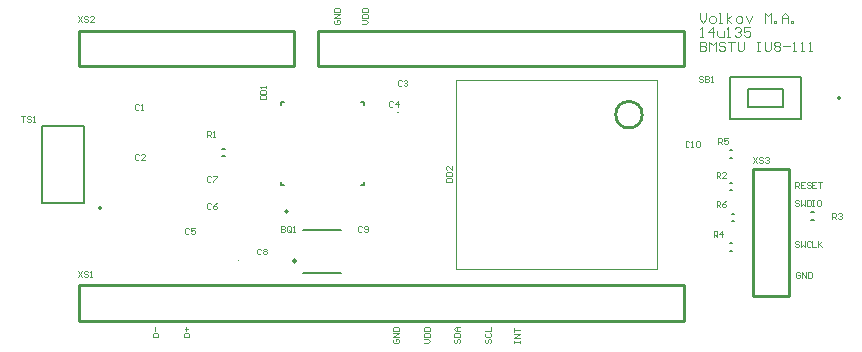
<source format=gto>
G04*
G04 #@! TF.GenerationSoftware,Altium Limited,Altium Designer,19.1.5 (86)*
G04*
G04 Layer_Color=65535*
%FSLAX44Y44*%
%MOMM*%
G71*
G01*
G75*
%ADD10C,0.2000*%
%ADD11C,0.1270*%
%ADD12C,0.1000*%
%ADD13C,0.2500*%
%ADD14C,0.2032*%
%ADD15C,0.2540*%
D10*
X721000Y210000D02*
G03*
X721000Y210000I-1000J0D01*
G01*
X253200Y113850D02*
G03*
X253200Y113850I-1000J0D01*
G01*
X627750Y87000D02*
X629750D01*
X627750Y80500D02*
X629750D01*
X629000Y112000D02*
X631000D01*
X629000Y105500D02*
X631000D01*
X627750Y165750D02*
X629750D01*
X627750Y159250D02*
X629750D01*
X627750Y138250D02*
X629750D01*
X627750Y131750D02*
X629750D01*
X696500Y106750D02*
X698500D01*
X696500Y113250D02*
X698500D01*
X266500Y98000D02*
X298500D01*
X266500Y62000D02*
X298500D01*
X197750Y167000D02*
X199750D01*
X197750Y160500D02*
X199750D01*
D11*
X95782Y116920D02*
G03*
X95782Y116920I-1270J0D01*
G01*
X642500Y202500D02*
X672500D01*
X642500D02*
Y217500D01*
X672500D01*
Y202500D02*
Y217500D01*
X627500Y192500D02*
X687500D01*
X627500D02*
Y227500D01*
X687500D01*
Y192500D02*
Y227500D01*
X317500Y203650D02*
Y206250D01*
X247500Y203650D02*
Y206250D01*
X317500Y136250D02*
Y138850D01*
X247500Y136250D02*
Y138850D01*
X314900Y206250D02*
X317500D01*
X247500D02*
X250100D01*
X314900Y136250D02*
X317500D01*
X247500D02*
X250100D01*
D12*
X211500Y72000D02*
G03*
X211500Y72000I-500J0D01*
G01*
X347000Y198000D02*
G03*
X347000Y198000I-500J0D01*
G01*
X396070Y65000D02*
Y225000D01*
X396250D02*
X566250D01*
X396250Y64980D02*
X566250D01*
Y65000D02*
Y225000D01*
X602250Y281741D02*
Y276410D01*
X604916Y273744D01*
X607582Y276410D01*
Y281741D01*
X611580Y273744D02*
X614246D01*
X615579Y275077D01*
Y277743D01*
X614246Y279075D01*
X611580D01*
X610247Y277743D01*
Y275077D01*
X611580Y273744D01*
X618245D02*
X620911D01*
X619578D01*
Y281741D01*
X618245D01*
X624909Y273744D02*
Y281741D01*
Y276410D02*
X628908Y279075D01*
X624909Y276410D02*
X628908Y273744D01*
X634240D02*
X636906D01*
X638238Y275077D01*
Y277743D01*
X636906Y279075D01*
X634240D01*
X632907Y277743D01*
Y275077D01*
X634240Y273744D01*
X640904Y279075D02*
X643570Y273744D01*
X646236Y279075D01*
X656899Y273744D02*
Y281741D01*
X659565Y279075D01*
X662231Y281741D01*
Y273744D01*
X664896D02*
Y275077D01*
X666229D01*
Y273744D01*
X664896D01*
X671561D02*
Y279075D01*
X674227Y281741D01*
X676893Y279075D01*
Y273744D01*
Y277743D01*
X671561D01*
X679558Y273744D02*
Y275077D01*
X680891D01*
Y273744D01*
X679558D01*
X602250Y261747D02*
X604916D01*
X603583D01*
Y269744D01*
X602250Y268411D01*
X612913Y261747D02*
Y269744D01*
X608914Y265746D01*
X614246D01*
X616912Y267078D02*
Y263080D01*
X618245Y261747D01*
X622244D01*
Y267078D01*
X624909Y261747D02*
X627575D01*
X626242D01*
Y269744D01*
X624909Y268411D01*
X631574D02*
X632907Y269744D01*
X635573D01*
X636906Y268411D01*
Y267078D01*
X635573Y265746D01*
X634240D01*
X635573D01*
X636906Y264413D01*
Y263080D01*
X635573Y261747D01*
X632907D01*
X631574Y263080D01*
X644903Y269744D02*
X639571D01*
Y265746D01*
X642237Y267078D01*
X643570D01*
X644903Y265746D01*
Y263080D01*
X643570Y261747D01*
X640904D01*
X639571Y263080D01*
X602250Y257747D02*
Y249750D01*
X606249D01*
X607582Y251083D01*
Y252416D01*
X606249Y253749D01*
X602250D01*
X606249D01*
X607582Y255082D01*
Y256415D01*
X606249Y257747D01*
X602250D01*
X610247Y249750D02*
Y257747D01*
X612913Y255082D01*
X615579Y257747D01*
Y249750D01*
X623577Y256415D02*
X622244Y257747D01*
X619578D01*
X618245Y256415D01*
Y255082D01*
X619578Y253749D01*
X622244D01*
X623577Y252416D01*
Y251083D01*
X622244Y249750D01*
X619578D01*
X618245Y251083D01*
X626242Y257747D02*
X631574D01*
X628908D01*
Y249750D01*
X634240Y257747D02*
Y251083D01*
X635573Y249750D01*
X638238D01*
X639571Y251083D01*
Y257747D01*
X650235D02*
X652900D01*
X651567D01*
Y249750D01*
X650235D01*
X652900D01*
X656899Y257747D02*
Y251083D01*
X658232Y249750D01*
X660898D01*
X662231Y251083D01*
Y257747D01*
X664896Y256415D02*
X666229Y257747D01*
X668895D01*
X670228Y256415D01*
Y255082D01*
X668895Y253749D01*
X670228Y252416D01*
Y251083D01*
X668895Y249750D01*
X666229D01*
X664896Y251083D01*
Y252416D01*
X666229Y253749D01*
X664896Y255082D01*
Y256415D01*
X666229Y253749D02*
X668895D01*
X672894D02*
X678225D01*
X680891Y249750D02*
X683557D01*
X682224D01*
Y257747D01*
X680891Y256415D01*
X687556Y249750D02*
X690222D01*
X688889D01*
Y257747D01*
X687556Y256415D01*
X694220Y249750D02*
X696886D01*
X695553D01*
Y257747D01*
X694220Y256415D01*
X604582Y227915D02*
X603749Y228748D01*
X602083D01*
X601250Y227915D01*
Y227082D01*
X602083Y226249D01*
X603749D01*
X604582Y225416D01*
Y224583D01*
X603749Y223750D01*
X602083D01*
X601250Y224583D01*
X606248Y228748D02*
Y223750D01*
X608748D01*
X609581Y224583D01*
Y225416D01*
X608748Y226249D01*
X606248D01*
X608748D01*
X609581Y227082D01*
Y227915D01*
X608748Y228748D01*
X606248D01*
X611247Y223750D02*
X612913D01*
X612080D01*
Y228748D01*
X611247Y227915D01*
X316252Y272500D02*
X319584D01*
X321250Y274166D01*
X319584Y275832D01*
X316252D01*
Y277498D02*
X321250D01*
Y279998D01*
X320417Y280831D01*
X317085D01*
X316252Y279998D01*
Y277498D01*
Y282497D02*
X321250D01*
Y284996D01*
X320417Y285829D01*
X317085D01*
X316252Y284996D01*
Y282497D01*
X293335Y275832D02*
X292502Y274999D01*
Y273333D01*
X293335Y272500D01*
X296667D01*
X297500Y273333D01*
Y274999D01*
X296667Y275832D01*
X295001D01*
Y274166D01*
X297500Y277498D02*
X292502D01*
X297500Y280831D01*
X292502D01*
Y282497D02*
X297500D01*
Y284996D01*
X296667Y285829D01*
X293335D01*
X292502Y284996D01*
Y282497D01*
X445002Y2500D02*
Y4166D01*
Y3333D01*
X450000D01*
Y2500D01*
Y4166D01*
Y6665D02*
X445002D01*
X450000Y9998D01*
X445002D01*
Y11664D02*
Y14996D01*
Y13330D01*
X450000D01*
X420835Y5832D02*
X420002Y4999D01*
Y3333D01*
X420835Y2500D01*
X421668D01*
X422501Y3333D01*
Y4999D01*
X423334Y5832D01*
X424167D01*
X425000Y4999D01*
Y3333D01*
X424167Y2500D01*
X420835Y10831D02*
X420002Y9998D01*
Y8331D01*
X420835Y7498D01*
X424167D01*
X425000Y8331D01*
Y9998D01*
X424167Y10831D01*
X420002Y12497D02*
X425000D01*
Y15829D01*
X394585Y5832D02*
X393752Y4999D01*
Y3333D01*
X394585Y2500D01*
X395418D01*
X396251Y3333D01*
Y4999D01*
X397084Y5832D01*
X397917D01*
X398750Y4999D01*
Y3333D01*
X397917Y2500D01*
X393752Y7498D02*
X398750D01*
Y9998D01*
X397917Y10831D01*
X394585D01*
X393752Y9998D01*
Y7498D01*
X398750Y12497D02*
X395418D01*
X393752Y14163D01*
X395418Y15829D01*
X398750D01*
X396251D01*
Y12497D01*
X368752Y2500D02*
X372084D01*
X373750Y4166D01*
X372084Y5832D01*
X368752D01*
Y7498D02*
X373750D01*
Y9998D01*
X372917Y10831D01*
X369585D01*
X368752Y9998D01*
Y7498D01*
Y12497D02*
X373750D01*
Y14996D01*
X372917Y15829D01*
X369585D01*
X368752Y14996D01*
Y12497D01*
X343335Y5832D02*
X342502Y4999D01*
Y3333D01*
X343335Y2500D01*
X346667D01*
X347500Y3333D01*
Y4999D01*
X346667Y5832D01*
X345001D01*
Y4166D01*
X347500Y7498D02*
X342502D01*
X347500Y10831D01*
X342502D01*
Y12497D02*
X347500D01*
Y14996D01*
X346667Y15829D01*
X343335D01*
X342502Y14996D01*
Y12497D01*
X165002Y7500D02*
X170000D01*
Y9999D01*
X169167Y10832D01*
X165835D01*
X165002Y9999D01*
Y7500D01*
X167501Y12498D02*
Y15831D01*
X165835Y14165D02*
X169167D01*
X138752Y7500D02*
X143750D01*
Y9999D01*
X142917Y10832D01*
X139585D01*
X138752Y9999D01*
Y7500D01*
X141251Y12498D02*
Y15831D01*
X687082Y61665D02*
X686249Y62498D01*
X684583D01*
X683750Y61665D01*
Y58333D01*
X684583Y57500D01*
X686249D01*
X687082Y58333D01*
Y59999D01*
X685416D01*
X688748Y57500D02*
Y62498D01*
X692081Y57500D01*
Y62498D01*
X693747D02*
Y57500D01*
X696246D01*
X697079Y58333D01*
Y61665D01*
X696246Y62498D01*
X693747D01*
X685832Y87915D02*
X684999Y88748D01*
X683333D01*
X682500Y87915D01*
Y87082D01*
X683333Y86249D01*
X684999D01*
X685832Y85416D01*
Y84583D01*
X684999Y83750D01*
X683333D01*
X682500Y84583D01*
X687498Y88748D02*
Y83750D01*
X689165Y85416D01*
X690831Y83750D01*
Y88748D01*
X695829Y87915D02*
X694996Y88748D01*
X693330D01*
X692497Y87915D01*
Y84583D01*
X693330Y83750D01*
X694996D01*
X695829Y84583D01*
X697495Y88748D02*
Y83750D01*
X700827D01*
X702494Y88748D02*
Y83750D01*
Y85416D01*
X705826Y88748D01*
X703326Y86249D01*
X705826Y83750D01*
X685832Y122915D02*
X684999Y123748D01*
X683333D01*
X682500Y122915D01*
Y122082D01*
X683333Y121249D01*
X684999D01*
X685832Y120416D01*
Y119583D01*
X684999Y118750D01*
X683333D01*
X682500Y119583D01*
X687498Y123748D02*
Y118750D01*
X689165Y120416D01*
X690831Y118750D01*
Y123748D01*
X692497D02*
Y118750D01*
X694996D01*
X695829Y119583D01*
Y122915D01*
X694996Y123748D01*
X692497D01*
X697495D02*
X699161D01*
X698328D01*
Y118750D01*
X697495D01*
X699161D01*
X704160Y123748D02*
X702494D01*
X701660Y122915D01*
Y119583D01*
X702494Y118750D01*
X704160D01*
X704993Y119583D01*
Y122915D01*
X704160Y123748D01*
X682500Y133750D02*
Y138748D01*
X684999D01*
X685832Y137915D01*
Y136249D01*
X684999Y135416D01*
X682500D01*
X684166D02*
X685832Y133750D01*
X690831Y138748D02*
X687498D01*
Y133750D01*
X690831D01*
X687498Y136249D02*
X689165D01*
X695829Y137915D02*
X694996Y138748D01*
X693330D01*
X692497Y137915D01*
Y137082D01*
X693330Y136249D01*
X694996D01*
X695829Y135416D01*
Y134583D01*
X694996Y133750D01*
X693330D01*
X692497Y134583D01*
X700827Y138748D02*
X697495D01*
Y133750D01*
X700827D01*
X697495Y136249D02*
X699161D01*
X702494Y138748D02*
X705826D01*
X704160D01*
Y133750D01*
X75928Y63624D02*
X79260Y58626D01*
Y63624D02*
X75928Y58626D01*
X84259Y62791D02*
X83426Y63624D01*
X81759D01*
X80926Y62791D01*
Y61958D01*
X81759Y61125D01*
X83426D01*
X84259Y60292D01*
Y59459D01*
X83426Y58626D01*
X81759D01*
X80926Y59459D01*
X85925Y58626D02*
X87591D01*
X86758D01*
Y63624D01*
X85925Y62791D01*
X647500Y159998D02*
X650832Y155000D01*
Y159998D02*
X647500Y155000D01*
X655831Y159165D02*
X654997Y159998D01*
X653331D01*
X652498Y159165D01*
Y158332D01*
X653331Y157499D01*
X654997D01*
X655831Y156666D01*
Y155833D01*
X654997Y155000D01*
X653331D01*
X652498Y155833D01*
X657497Y159165D02*
X658330Y159998D01*
X659996D01*
X660829Y159165D01*
Y158332D01*
X659996Y157499D01*
X659163D01*
X659996D01*
X660829Y156666D01*
Y155833D01*
X659996Y155000D01*
X658330D01*
X657497Y155833D01*
X75928Y279270D02*
X79260Y274272D01*
Y279270D02*
X75928Y274272D01*
X84259Y278437D02*
X83426Y279270D01*
X81759D01*
X80926Y278437D01*
Y277604D01*
X81759Y276771D01*
X83426D01*
X84259Y275938D01*
Y275105D01*
X83426Y274272D01*
X81759D01*
X80926Y275105D01*
X89257Y274272D02*
X85925D01*
X89257Y277604D01*
Y278437D01*
X88424Y279270D01*
X86758D01*
X85925Y278437D01*
X27500Y194998D02*
X30832D01*
X29166D01*
Y190000D01*
X35831Y194165D02*
X34997Y194998D01*
X33331D01*
X32498Y194165D01*
Y193332D01*
X33331Y192499D01*
X34997D01*
X35831Y191666D01*
Y190833D01*
X34997Y190000D01*
X33331D01*
X32498Y190833D01*
X37497Y190000D02*
X39163D01*
X38330D01*
Y194998D01*
X37497Y194165D01*
X616250Y117500D02*
Y122498D01*
X618749D01*
X619582Y121665D01*
Y119999D01*
X618749Y119166D01*
X616250D01*
X617916D02*
X619582Y117500D01*
X624581Y122498D02*
X622915Y121665D01*
X621248Y119999D01*
Y118333D01*
X622081Y117500D01*
X623747D01*
X624581Y118333D01*
Y119166D01*
X623747Y119999D01*
X621248D01*
X617500Y171250D02*
Y176248D01*
X619999D01*
X620832Y175415D01*
Y173749D01*
X619999Y172916D01*
X617500D01*
X619166D02*
X620832Y171250D01*
X625831Y176248D02*
X622498D01*
Y173749D01*
X624165Y174582D01*
X624998D01*
X625831Y173749D01*
Y172083D01*
X624998Y171250D01*
X623331D01*
X622498Y172083D01*
X613750Y92500D02*
Y97498D01*
X616249D01*
X617082Y96665D01*
Y94999D01*
X616249Y94166D01*
X613750D01*
X615416D02*
X617082Y92500D01*
X621247D02*
Y97498D01*
X618748Y94999D01*
X622081D01*
X713750Y107500D02*
Y112498D01*
X716249D01*
X717082Y111665D01*
Y109999D01*
X716249Y109166D01*
X713750D01*
X715416D02*
X717082Y107500D01*
X718748Y111665D02*
X719581Y112498D01*
X721247D01*
X722081Y111665D01*
Y110832D01*
X721247Y109999D01*
X720415D01*
X721247D01*
X722081Y109166D01*
Y108333D01*
X721247Y107500D01*
X719581D01*
X718748Y108333D01*
X616250Y142500D02*
Y147498D01*
X618749D01*
X619582Y146665D01*
Y144999D01*
X618749Y144166D01*
X616250D01*
X617916D02*
X619582Y142500D01*
X624581D02*
X621248D01*
X624581Y145832D01*
Y146665D01*
X623747Y147498D01*
X622081D01*
X621248Y146665D01*
X184894Y176990D02*
Y181988D01*
X187393D01*
X188226Y181155D01*
Y179489D01*
X187393Y178656D01*
X184894D01*
X186560D02*
X188226Y176990D01*
X189892D02*
X191558D01*
X190725D01*
Y181988D01*
X189892Y181155D01*
X387502Y138750D02*
X392500D01*
Y141249D01*
X391667Y142082D01*
X388335D01*
X387502Y141249D01*
Y138750D01*
Y143748D02*
X392500D01*
Y146248D01*
X391667Y147081D01*
X388335D01*
X387502Y146248D01*
Y143748D01*
X392500Y152079D02*
Y148747D01*
X389168Y152079D01*
X388335D01*
X387502Y151246D01*
Y149580D01*
X388335Y148747D01*
X230002Y208750D02*
X235000D01*
Y211249D01*
X234167Y212082D01*
X230835D01*
X230002Y211249D01*
Y208750D01*
Y213748D02*
X235000D01*
Y216248D01*
X234167Y217081D01*
X230835D01*
X230002Y216248D01*
Y213748D01*
X235000Y218747D02*
Y220413D01*
Y219580D01*
X230002D01*
X230835Y218747D01*
X593332Y172915D02*
X592499Y173748D01*
X590833D01*
X590000Y172915D01*
Y169583D01*
X590833Y168750D01*
X592499D01*
X593332Y169583D01*
X594998Y168750D02*
X596664D01*
X595831D01*
Y173748D01*
X594998Y172915D01*
X599164D02*
X599997Y173748D01*
X601663D01*
X602496Y172915D01*
Y169583D01*
X601663Y168750D01*
X599997D01*
X599164Y169583D01*
Y172915D01*
X315832Y100415D02*
X314999Y101248D01*
X313333D01*
X312500Y100415D01*
Y97083D01*
X313333Y96250D01*
X314999D01*
X315832Y97083D01*
X317498D02*
X318331Y96250D01*
X319998D01*
X320831Y97083D01*
Y100415D01*
X319998Y101248D01*
X318331D01*
X317498Y100415D01*
Y99582D01*
X318331Y98749D01*
X320831D01*
X230832Y81665D02*
X229999Y82498D01*
X228333D01*
X227500Y81665D01*
Y78333D01*
X228333Y77500D01*
X229999D01*
X230832Y78333D01*
X232498Y81665D02*
X233331Y82498D01*
X234998D01*
X235831Y81665D01*
Y80832D01*
X234998Y79999D01*
X235831Y79166D01*
Y78333D01*
X234998Y77500D01*
X233331D01*
X232498Y78333D01*
Y79166D01*
X233331Y79999D01*
X232498Y80832D01*
Y81665D01*
X233331Y79999D02*
X234998D01*
X188332Y142915D02*
X187499Y143748D01*
X185833D01*
X185000Y142915D01*
Y139583D01*
X185833Y138750D01*
X187499D01*
X188332Y139583D01*
X189998Y143748D02*
X193331D01*
Y142915D01*
X189998Y139583D01*
Y138750D01*
X188332Y120415D02*
X187499Y121248D01*
X185833D01*
X185000Y120415D01*
Y117083D01*
X185833Y116250D01*
X187499D01*
X188332Y117083D01*
X193331Y121248D02*
X191665Y120415D01*
X189998Y118749D01*
Y117083D01*
X190831Y116250D01*
X192498D01*
X193331Y117083D01*
Y117916D01*
X192498Y118749D01*
X189998D01*
X169582Y99165D02*
X168749Y99998D01*
X167083D01*
X166250Y99165D01*
Y95833D01*
X167083Y95000D01*
X168749D01*
X169582Y95833D01*
X174581Y99998D02*
X171248D01*
Y97499D01*
X172915Y98332D01*
X173748D01*
X174581Y97499D01*
Y95833D01*
X173748Y95000D01*
X172081D01*
X171248Y95833D01*
X342082Y206665D02*
X341249Y207498D01*
X339583D01*
X338750Y206665D01*
Y203333D01*
X339583Y202500D01*
X341249D01*
X342082Y203333D01*
X346247Y202500D02*
Y207498D01*
X343748Y204999D01*
X347081D01*
X349582Y224165D02*
X348749Y224998D01*
X347083D01*
X346250Y224165D01*
Y220833D01*
X347083Y220000D01*
X348749D01*
X349582Y220833D01*
X351248Y224165D02*
X352081Y224998D01*
X353747D01*
X354581Y224165D01*
Y223332D01*
X353747Y222499D01*
X352915D01*
X353747D01*
X354581Y221666D01*
Y220833D01*
X353747Y220000D01*
X352081D01*
X351248Y220833D01*
X127082Y161665D02*
X126249Y162498D01*
X124583D01*
X123750Y161665D01*
Y158333D01*
X124583Y157500D01*
X126249D01*
X127082Y158333D01*
X132081Y157500D02*
X128748D01*
X132081Y160832D01*
Y161665D01*
X131248Y162498D01*
X129581D01*
X128748Y161665D01*
X127082Y204165D02*
X126249Y204998D01*
X124583D01*
X123750Y204165D01*
Y200833D01*
X124583Y200000D01*
X126249D01*
X127082Y200833D01*
X128748Y200000D02*
X130414D01*
X129581D01*
Y204998D01*
X128748Y204165D01*
X247500Y101248D02*
Y96250D01*
X249999D01*
X250832Y97083D01*
Y97916D01*
X249999Y98749D01*
X247500D01*
X249999D01*
X250832Y99582D01*
Y100415D01*
X249999Y101248D01*
X247500D01*
X255831Y97083D02*
Y100415D01*
X254998Y101248D01*
X253331D01*
X252498Y100415D01*
Y97083D01*
X253331Y96250D01*
X254998D01*
X254165Y97916D02*
X255831Y96250D01*
X254998D02*
X255831Y97083D01*
X257497Y96250D02*
X259163D01*
X258330D01*
Y101248D01*
X257497Y100415D01*
D13*
X260250Y72000D02*
G03*
X260250Y72000I-1250J0D01*
G01*
X553370Y195790D02*
G03*
X553370Y195790I-11250J0D01*
G01*
D14*
X44982Y186516D02*
X80542D01*
Y120984D02*
Y186516D01*
X44982Y120984D02*
X80542D01*
X44982D02*
Y186516D01*
D15*
X647500Y42500D02*
X677500D01*
X647500D02*
Y148750D01*
X677500Y42500D02*
Y150000D01*
X647500D02*
X677500D01*
X647500Y147500D02*
Y150000D01*
X76250Y51250D02*
X587500D01*
X76250Y21250D02*
Y51250D01*
Y21250D02*
X588750D01*
Y51250D01*
X586250D02*
X588750D01*
X76250Y236990D02*
X258750D01*
X278750D02*
X588750D01*
X278750Y266990D02*
X587500D01*
X76250D02*
X258750D01*
X76250Y236990D02*
Y266990D01*
X258750Y236990D02*
Y266990D01*
X278750Y236990D02*
Y266990D01*
X588750Y236990D02*
Y266990D01*
X586250D02*
X588750D01*
M02*

</source>
